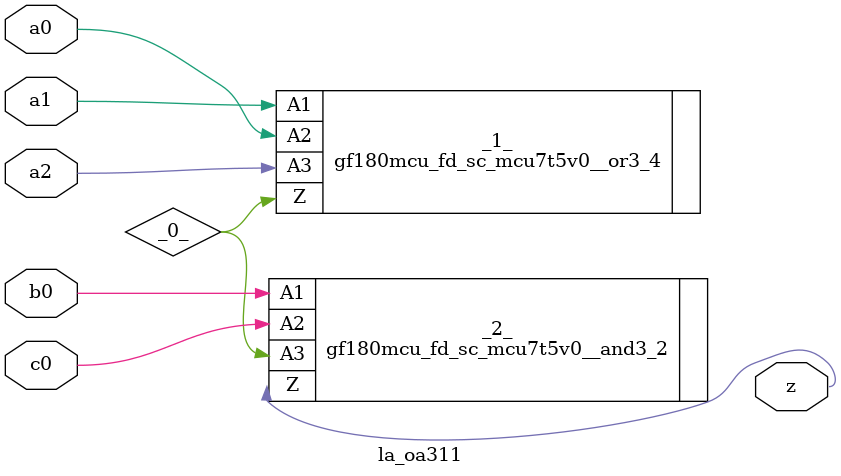
<source format=v>
/* Generated by Yosys 0.37 (git sha1 a5c7f69ed, clang 14.0.0-1ubuntu1.1 -fPIC -Os) */

module la_oa311(a0, a1, a2, b0, c0, z);
  wire _0_;
  input a0;
  wire a0;
  input a1;
  wire a1;
  input a2;
  wire a2;
  input b0;
  wire b0;
  input c0;
  wire c0;
  output z;
  wire z;
  gf180mcu_fd_sc_mcu7t5v0__or3_4 _1_ (
    .A1(a1),
    .A2(a0),
    .A3(a2),
    .Z(_0_)
  );
  gf180mcu_fd_sc_mcu7t5v0__and3_2 _2_ (
    .A1(b0),
    .A2(c0),
    .A3(_0_),
    .Z(z)
  );
endmodule

</source>
